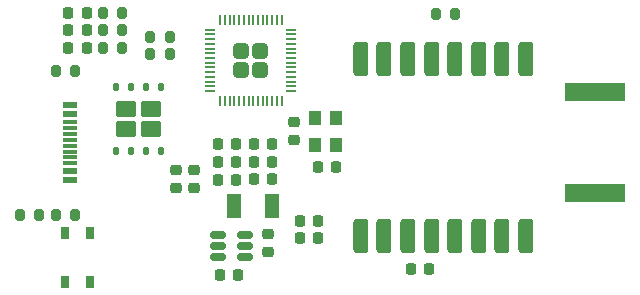
<source format=gbr>
%TF.GenerationSoftware,KiCad,Pcbnew,8.0.5-dirty*%
%TF.CreationDate,2024-10-01T21:11:00+10:00*%
%TF.ProjectId,kestral,6b657374-7261-46c2-9e6b-696361645f70,rev?*%
%TF.SameCoordinates,Original*%
%TF.FileFunction,Paste,Top*%
%TF.FilePolarity,Positive*%
%FSLAX46Y46*%
G04 Gerber Fmt 4.6, Leading zero omitted, Abs format (unit mm)*
G04 Created by KiCad (PCBNEW 8.0.5-dirty) date 2024-10-01 21:11:00*
%MOMM*%
%LPD*%
G01*
G04 APERTURE LIST*
G04 Aperture macros list*
%AMRoundRect*
0 Rectangle with rounded corners*
0 $1 Rounding radius*
0 $2 $3 $4 $5 $6 $7 $8 $9 X,Y pos of 4 corners*
0 Add a 4 corners polygon primitive as box body*
4,1,4,$2,$3,$4,$5,$6,$7,$8,$9,$2,$3,0*
0 Add four circle primitives for the rounded corners*
1,1,$1+$1,$2,$3*
1,1,$1+$1,$4,$5*
1,1,$1+$1,$6,$7*
1,1,$1+$1,$8,$9*
0 Add four rect primitives between the rounded corners*
20,1,$1+$1,$2,$3,$4,$5,0*
20,1,$1+$1,$4,$5,$6,$7,0*
20,1,$1+$1,$6,$7,$8,$9,0*
20,1,$1+$1,$8,$9,$2,$3,0*%
G04 Aperture macros list end*
%ADD10RoundRect,0.200000X-0.200000X-0.275000X0.200000X-0.275000X0.200000X0.275000X-0.200000X0.275000X0*%
%ADD11R,0.650000X1.050000*%
%ADD12RoundRect,0.225000X0.225000X0.250000X-0.225000X0.250000X-0.225000X-0.250000X0.225000X-0.250000X0*%
%ADD13RoundRect,0.250000X0.615000X-0.435000X0.615000X0.435000X-0.615000X0.435000X-0.615000X-0.435000X0*%
%ADD14RoundRect,0.125000X0.125000X-0.250000X0.125000X0.250000X-0.125000X0.250000X-0.125000X-0.250000X0*%
%ADD15RoundRect,0.317500X-0.317500X1.157500X-0.317500X-1.157500X0.317500X-1.157500X0.317500X1.157500X0*%
%ADD16RoundRect,0.225000X-0.250000X0.225000X-0.250000X-0.225000X0.250000X-0.225000X0.250000X0.225000X0*%
%ADD17R,1.240000X0.600000*%
%ADD18R,1.240000X0.300000*%
%ADD19RoundRect,0.225000X0.250000X-0.225000X0.250000X0.225000X-0.250000X0.225000X-0.250000X-0.225000X0*%
%ADD20RoundRect,0.249999X0.395001X-0.395001X0.395001X0.395001X-0.395001X0.395001X-0.395001X-0.395001X0*%
%ADD21RoundRect,0.050000X0.050000X-0.387500X0.050000X0.387500X-0.050000X0.387500X-0.050000X-0.387500X0*%
%ADD22RoundRect,0.050000X0.387500X-0.050000X0.387500X0.050000X-0.387500X0.050000X-0.387500X-0.050000X0*%
%ADD23RoundRect,0.200000X0.200000X0.275000X-0.200000X0.275000X-0.200000X-0.275000X0.200000X-0.275000X0*%
%ADD24RoundRect,0.225000X-0.225000X-0.250000X0.225000X-0.250000X0.225000X0.250000X-0.225000X0.250000X0*%
%ADD25RoundRect,0.218750X-0.218750X-0.256250X0.218750X-0.256250X0.218750X0.256250X-0.218750X0.256250X0*%
%ADD26RoundRect,0.150000X-0.512500X-0.150000X0.512500X-0.150000X0.512500X0.150000X-0.512500X0.150000X0*%
%ADD27R,1.100000X1.300000*%
%ADD28R,1.200000X2.000000*%
%ADD29R,5.080000X1.500000*%
G04 APERTURE END LIST*
D10*
%TO.C,R9*%
X103250000Y-118600000D03*
X104900000Y-118600000D03*
%TD*%
D11*
%TO.C,SW1*%
X109175000Y-120125000D03*
X109175000Y-124275000D03*
X107025000Y-120125000D03*
X107025000Y-124275000D03*
%TD*%
D12*
%TO.C,C5*%
X130005000Y-114550000D03*
X128455000Y-114550000D03*
%TD*%
D13*
%TO.C,U5*%
X112230000Y-111370000D03*
X114380000Y-111370000D03*
X112230000Y-109670000D03*
X114380000Y-109670000D03*
D14*
X111400000Y-113220000D03*
X112670000Y-113220000D03*
X113940000Y-113220000D03*
X115210000Y-113220000D03*
X115210000Y-107820000D03*
X113940000Y-107820000D03*
X112670000Y-107820000D03*
X111400000Y-107820000D03*
%TD*%
D12*
%TO.C,C8*%
X124600000Y-114115000D03*
X123050000Y-114115000D03*
%TD*%
D15*
%TO.C,U2*%
X146100000Y-105375000D03*
X144100000Y-105375000D03*
X142100000Y-105375000D03*
X140100000Y-105375000D03*
X138100000Y-105375000D03*
X136100000Y-105375000D03*
X134100000Y-105375000D03*
X132100000Y-105375000D03*
X132100000Y-120425000D03*
X134100000Y-120425000D03*
X136100000Y-120425000D03*
X138100000Y-120425000D03*
X140100000Y-120425000D03*
X142100000Y-120425000D03*
X144100000Y-120425000D03*
X146100000Y-120425000D03*
%TD*%
D16*
%TO.C,C3*%
X116500000Y-114800000D03*
X116500000Y-116350000D03*
%TD*%
D17*
%TO.C,J3*%
X107525000Y-109300000D03*
X107525000Y-110100000D03*
D18*
X107525000Y-111250000D03*
X107525000Y-112250000D03*
X107525000Y-112750000D03*
X107525000Y-113750000D03*
D17*
X107525000Y-114900000D03*
X107525000Y-115700000D03*
X107525000Y-115700000D03*
X107525000Y-114900000D03*
D18*
X107525000Y-114250000D03*
X107525000Y-113250000D03*
X107525000Y-111750000D03*
X107525000Y-110750000D03*
D17*
X107525000Y-110100000D03*
X107525000Y-109300000D03*
%TD*%
D19*
%TO.C,C1*%
X124262500Y-121750000D03*
X124262500Y-120200000D03*
%TD*%
D20*
%TO.C,U3*%
X122000000Y-106332500D03*
X123600000Y-106332500D03*
X122000000Y-104732500D03*
X123600000Y-104732500D03*
D21*
X120200000Y-108970000D03*
X120600000Y-108970000D03*
X121000000Y-108970000D03*
X121400000Y-108970000D03*
X121800000Y-108970000D03*
X122200000Y-108970000D03*
X122600000Y-108970000D03*
X123000000Y-108970000D03*
X123400000Y-108970000D03*
X123800000Y-108970000D03*
X124200000Y-108970000D03*
X124600000Y-108970000D03*
X125000000Y-108970000D03*
X125400000Y-108970000D03*
D22*
X126237500Y-108132500D03*
X126237500Y-107732500D03*
X126237500Y-107332500D03*
X126237500Y-106932500D03*
X126237500Y-106532500D03*
X126237500Y-106132500D03*
X126237500Y-105732500D03*
X126237500Y-105332500D03*
X126237500Y-104932500D03*
X126237500Y-104532500D03*
X126237500Y-104132500D03*
X126237500Y-103732500D03*
X126237500Y-103332500D03*
X126237500Y-102932500D03*
D21*
X125400000Y-102095000D03*
X125000000Y-102095000D03*
X124600000Y-102095000D03*
X124200000Y-102095000D03*
X123800000Y-102095000D03*
X123400000Y-102095000D03*
X123000000Y-102095000D03*
X122600000Y-102095000D03*
X122200000Y-102095000D03*
X121800000Y-102095000D03*
X121400000Y-102095000D03*
X121000000Y-102095000D03*
X120600000Y-102095000D03*
X120200000Y-102095000D03*
D22*
X119362500Y-102932500D03*
X119362500Y-103332500D03*
X119362500Y-103732500D03*
X119362500Y-104132500D03*
X119362500Y-104532500D03*
X119362500Y-104932500D03*
X119362500Y-105332500D03*
X119362500Y-105732500D03*
X119362500Y-106132500D03*
X119362500Y-106532500D03*
X119362500Y-106932500D03*
X119362500Y-107332500D03*
X119362500Y-107732500D03*
X119362500Y-108132500D03*
%TD*%
D23*
%TO.C,R8*%
X111925000Y-101500000D03*
X110275000Y-101500000D03*
%TD*%
D24*
%TO.C,C15*%
X126925000Y-120600000D03*
X128475000Y-120600000D03*
%TD*%
D12*
%TO.C,C9*%
X121550000Y-112630000D03*
X120000000Y-112630000D03*
%TD*%
D25*
%TO.C,D3*%
X107325000Y-101500000D03*
X108900000Y-101500000D03*
%TD*%
D26*
%TO.C,U4*%
X119987500Y-120275000D03*
X119987500Y-121225000D03*
X119987500Y-122175000D03*
X122262500Y-122175000D03*
X122262500Y-121225000D03*
X122262500Y-120275000D03*
%TD*%
D16*
%TO.C,C2*%
X118010000Y-114800000D03*
X118010000Y-116350000D03*
%TD*%
D12*
%TO.C,C7*%
X124600000Y-115615000D03*
X123050000Y-115615000D03*
%TD*%
%TO.C,C13*%
X137875000Y-123200000D03*
X136325000Y-123200000D03*
%TD*%
D27*
%TO.C,Y1*%
X128200000Y-110400000D03*
X128200000Y-112700000D03*
X130000000Y-112700000D03*
X130000000Y-110400000D03*
%TD*%
D10*
%TO.C,R2*%
X106275000Y-118600000D03*
X107925000Y-118600000D03*
%TD*%
D12*
%TO.C,C12*%
X124600000Y-112615000D03*
X123050000Y-112615000D03*
%TD*%
D23*
%TO.C,R5*%
X111925000Y-104500000D03*
X110275000Y-104500000D03*
%TD*%
D24*
%TO.C,C4*%
X120187500Y-123725000D03*
X121737500Y-123725000D03*
%TD*%
D10*
%TO.C,R4*%
X114275000Y-103532500D03*
X115925000Y-103532500D03*
%TD*%
%TO.C,R7*%
X138450000Y-101600000D03*
X140100000Y-101600000D03*
%TD*%
%TO.C,R1*%
X106275000Y-106420000D03*
X107925000Y-106420000D03*
%TD*%
D16*
%TO.C,C6*%
X126455000Y-110750000D03*
X126455000Y-112300000D03*
%TD*%
D28*
%TO.C,L1*%
X124562500Y-117875000D03*
X121362500Y-117875000D03*
%TD*%
D12*
%TO.C,C10*%
X121550000Y-115630000D03*
X120000000Y-115630000D03*
%TD*%
D10*
%TO.C,R3*%
X114275000Y-105032500D03*
X115925000Y-105032500D03*
%TD*%
D23*
%TO.C,R6*%
X111925000Y-103000000D03*
X110275000Y-103000000D03*
%TD*%
D24*
%TO.C,C14*%
X126925000Y-119100000D03*
X128475000Y-119100000D03*
%TD*%
D25*
%TO.C,D1*%
X107325000Y-104500000D03*
X108900000Y-104500000D03*
%TD*%
D12*
%TO.C,C11*%
X121550000Y-114120000D03*
X120000000Y-114120000D03*
%TD*%
D25*
%TO.C,D2*%
X107325000Y-103000000D03*
X108900000Y-103000000D03*
%TD*%
D29*
%TO.C,J1*%
X151937500Y-108250000D03*
X151937500Y-116750000D03*
%TD*%
M02*

</source>
